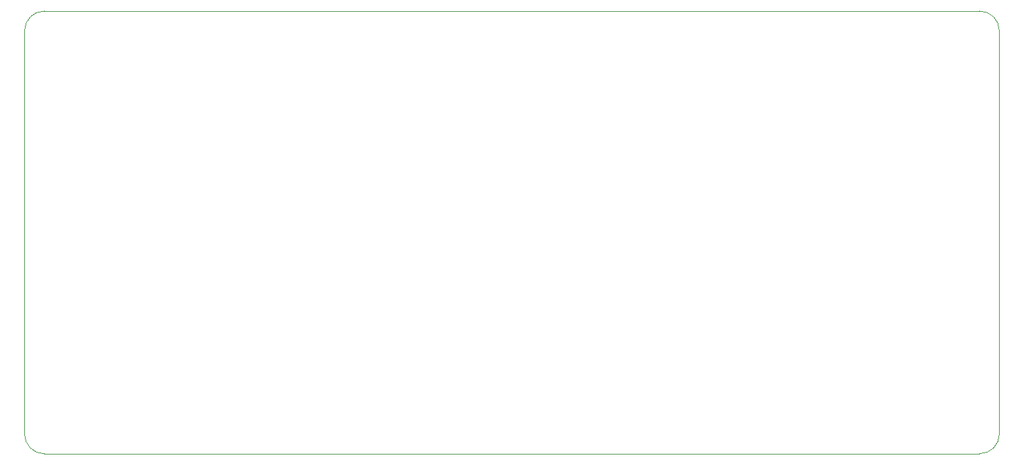
<source format=gm1>
G04 #@! TF.GenerationSoftware,KiCad,Pcbnew,8.0.9*
G04 #@! TF.CreationDate,2025-03-02T13:49:30+01:00*
G04 #@! TF.ProjectId,cjss501,636a7373-3530-4312-9e6b-696361645f70,rev?*
G04 #@! TF.SameCoordinates,Original*
G04 #@! TF.FileFunction,Profile,NP*
%FSLAX46Y46*%
G04 Gerber Fmt 4.6, Leading zero omitted, Abs format (unit mm)*
G04 Created by KiCad (PCBNEW 8.0.9) date 2025-03-02 13:49:30*
%MOMM*%
%LPD*%
G01*
G04 APERTURE LIST*
G04 #@! TA.AperFunction,Profile*
%ADD10C,0.050000*%
G04 #@! TD*
G04 APERTURE END LIST*
D10*
X156210000Y-35560000D02*
G75*
G02*
X158750000Y-38100000I0J-2540000D01*
G01*
X158750000Y-90170000D02*
G75*
G02*
X156210000Y-92710000I-2540000J0D01*
G01*
X33020000Y-90170000D02*
X33020000Y-38100000D01*
X33020000Y-38100000D02*
G75*
G02*
X35560000Y-35560000I2540000J0D01*
G01*
X35560000Y-92710000D02*
G75*
G02*
X33020000Y-90170000I0J2540000D01*
G01*
X35560000Y-35560000D02*
X156210000Y-35560000D01*
X156210000Y-92710000D02*
X35560000Y-92710000D01*
X158750000Y-38100000D02*
X158750000Y-90170000D01*
M02*

</source>
